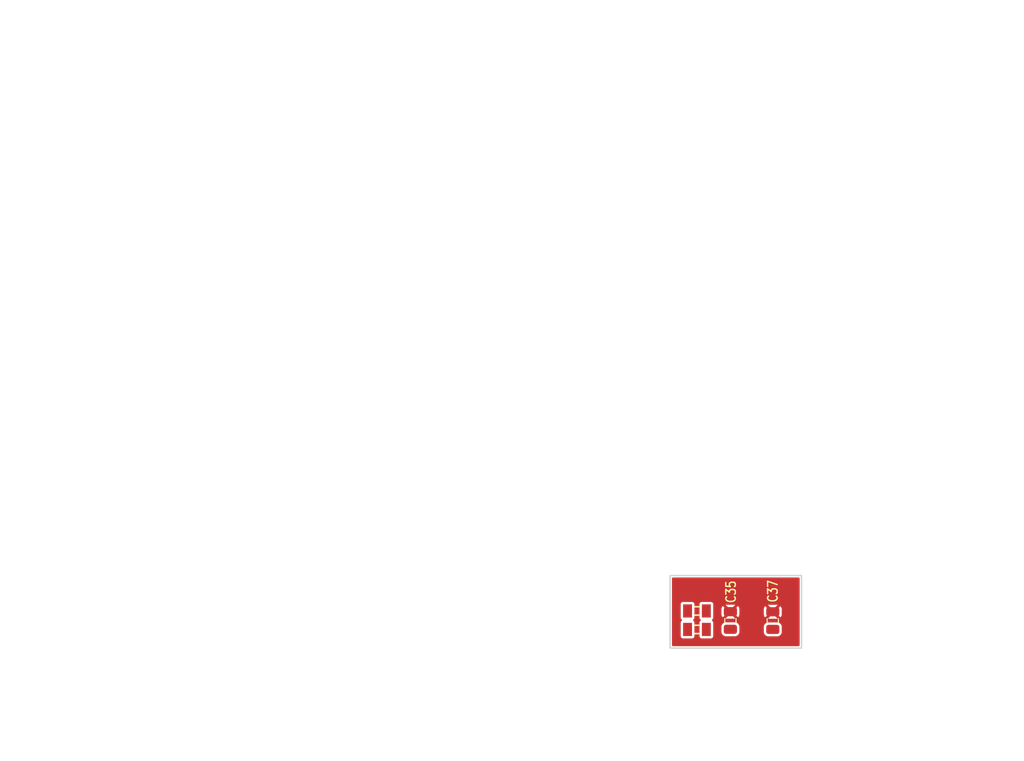
<source format=kicad_pcb>
(kicad_pcb (version 20221018) (generator pcbnew)
  (layers (0 "F.Cu" signal) (31 "B.Cu" signal) (34 "B.Paste" user) (35 "F.Paste" user) (36 "B.SilkS" user "B.Silkscreen") (37 "F.SilkS" user "F.Silkscreen") (38 "B.Mask" user) (39 "F.Mask" user) (44 "Edge.Cuts" user))
  (property "PCB_ID" "S007.01.020.1122")
  (net 0 "")
  (net 1 "GND")
  (net 2 "/5V")
  (net 3 "/-5V")
  (net 4 "Net-(U10-Vout)")
  (net 5 "/5VFILT")
  (footprint "Inductor_SMD:INDC2012X90" (layer "F.Cu") (at 146.1135 150.749)
    (fp_text reference "L6" hide)
    (fp_text value "FB60E" hide)
    (fp_line (start -0.271 -0.446) (end 0.271 -0.446) (stroke (width 0.15)) (layer "F.SilkS"))
    (fp_line (start -0.271 0.446) (end 0.271 0.446) (stroke (width 0.15)) (layer "F.SilkS"))
    (fp_line (start 0.271 -0.446) (end -0.271 -0.446) (stroke (width 0.15)) (layer "F.SilkS"))
    (fp_line (start 0.271 0.446) (end -0.271 0.446) (stroke (width 0.15)) (layer "F.SilkS"))
    (pad "1" smd rect (at -1 0) (size 0.95 1.4) (layers "F.Cu" "F.Paste" "F.Mask") (net 4 "Net-(U10-Vout)"))
    (pad "2" smd rect (at 1 0) (size 0.95 1.4) (layers "F.Cu" "F.Paste" "F.Mask") (net 3 "/-5V"))
  )
  (footprint "Inductor_SMD:INDC2012X90" (layer "F.Cu") (at 146.1135 148.7805)
    (fp_text reference "L1" hide)
    (fp_text value "FB60E" hide)
    (fp_line (start -0.271 -0.446) (end 0.271 -0.446) (stroke (width 0.15)) (layer "F.SilkS"))
    (fp_line (start -0.271 0.446) (end 0.271 0.446) (stroke (width 0.15)) (layer "F.SilkS"))
    (fp_line (start 0.271 -0.446) (end -0.271 -0.446) (stroke (width 0.15)) (layer "F.SilkS"))
    (fp_line (start 0.271 0.446) (end -0.271 0.446) (stroke (width 0.15)) (layer "F.SilkS"))
    (pad "1" smd rect (at -1 0) (size 0.95 1.4) (layers "F.Cu" "F.Paste" "F.Mask") (net 2 "/5V"))
    (pad "2" smd rect (at 1 0) (size 0.95 1.4) (layers "F.Cu" "F.Paste" "F.Mask") (net 5 "/5VFILT"))
  )
  (footprint "Capacitor_SMD:C_0805_2012Metric_60" (layer "F.Cu") (at 154.178 149.80666 90)
    (fp_text reference "C37" (at 3.12166 0 270) (layer "F.SilkS") (effects (font (size 1.016 0.8128) (thickness 0.1524))))
    (fp_text value "10N" hide)
    (fp_line (start -0.2 -0.6) (end 0.2 -0.6) (stroke (width 0.12)) (layer "F.SilkS"))
    (fp_line (start -0.2 0.6) (end 0.2 0.6) (stroke (width 0.12)) (layer "F.SilkS"))
    (pad "1" smd roundrect (at -0.9375 0 90) (size 0.975 1.4) (layers "F.Cu" "F.Paste" "F.Mask") (net 3 "/-5V"))
    (pad "2" smd roundrect (at 0.9375 0 90) (size 0.975 1.4) (layers "F.Cu" "F.Paste" "F.Mask") (net 1 "GND"))
  )
  (footprint "Capacitor_SMD:C_0805_2012Metric_60" (layer "F.Cu") (at 149.6695 149.7965 90)
    (fp_text reference "C35" (at 3.048 0.0635 270) (layer "F.SilkS") (effects (font (size 1.016 0.8128) (thickness 0.1524))))
    (fp_text value "1µ" hide)
    (fp_line (start -0.2 -0.6) (end 0.2 -0.6) (stroke (width 0.12)) (layer "F.SilkS"))
    (fp_line (start -0.2 0.6) (end 0.2 0.6) (stroke (width 0.12)) (layer "F.SilkS"))
    (pad "1" smd roundrect (at -0.9375 0 90) (size 0.975 1.4) (layers "F.Cu" "F.Paste" "F.Mask") (net 3 "/-5V"))
    (pad "2" smd roundrect (at 0.9375 0 90) (size 0.975 1.4) (layers "F.Cu" "F.Paste" "F.Mask") (net 1 "GND"))
  )
  (gr_rect (start 143.256857 145.016567) (end 157.236108 152.733526) (stroke (width 0.15)) (fill none) (layer "Edge.Cuts"))
  (zone (net 1) (net_name "GND") (layer "F.Cu") (name "ZONE_GND") (connect_pads (clearance 0.254)) (min_thickness 0.2032) (fill yes (thermal_gap 0.254) (thermal_bridge_width 0.3048))
    (polygon (pts (xy 83.499436 153.991295) (xy 83.501529 98.500585) (xy 171.121043 98.500591) (xy 171.05545 153.962007)))
  )
)
</source>
